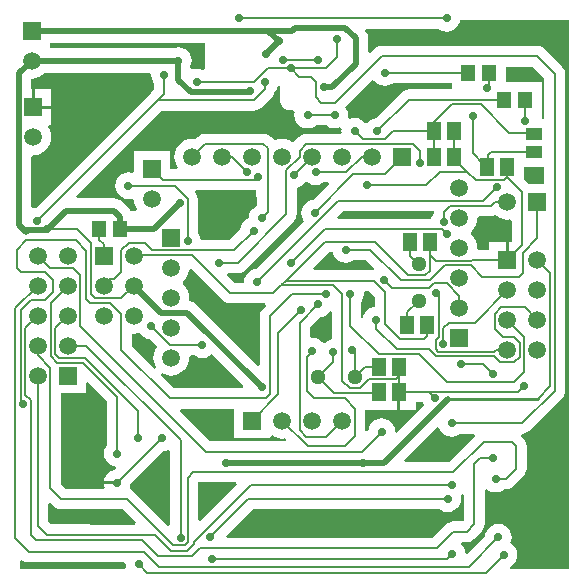
<source format=gbl>
%FSAX24Y24*%
%MOIN*%
G70*
G01*
G75*
G04 Layer_Physical_Order=2*
G04 Layer_Color=16711680*
%ADD10O,0.0118X0.0709*%
%ADD11O,0.0709X0.0118*%
%ADD12R,0.0472X0.0551*%
%ADD13R,0.0512X0.0591*%
%ADD14R,0.1024X0.0945*%
%ADD15O,0.0591X0.0236*%
%ADD16R,0.0197X0.0925*%
%ADD17R,0.0925X0.0984*%
%ADD18R,0.0787X0.0866*%
%ADD19R,0.0591X0.0591*%
%ADD20O,0.0984X0.0276*%
%ADD21R,0.0114X0.0177*%
%ADD22R,0.0177X0.0114*%
%ADD23R,0.0126X0.0354*%
%ADD24R,0.0315X0.0114*%
%ADD25O,0.0354X0.0116*%
%ADD26O,0.0116X0.0354*%
%ADD27R,0.0551X0.0472*%
%ADD28R,0.0591X0.0512*%
%ADD29C,0.0080*%
%ADD30C,0.0200*%
%ADD31C,0.0512*%
%ADD32C,0.0591*%
%ADD33R,0.0591X0.0591*%
%ADD34C,0.0280*%
%ADD35R,0.0551X0.0433*%
%ADD36C,0.0100*%
G36*
X027622Y039808D02*
Y039808D01*
D01*
Y039808D01*
X027622Y039808D01*
D01*
D01*
X027622D01*
X027622Y039808D01*
Y039808D01*
X027622Y039808D01*
Y039808D01*
X027693Y039753D01*
X027776Y039719D01*
X027864Y039707D01*
X029028D01*
X029058Y039633D01*
X028948Y039522D01*
X028893Y039451D01*
X028859Y039369D01*
X028847Y039280D01*
Y037658D01*
X028773Y037627D01*
X026715Y039685D01*
X026632Y039749D01*
X026534Y039790D01*
X026488Y039796D01*
X026498Y039900D01*
X026487Y040017D01*
X026453Y040129D01*
X026397Y040232D01*
X026323Y040323D01*
X026278Y040360D01*
Y040440D01*
X026323Y040477D01*
X026397Y040568D01*
X026453Y040671D01*
X026487Y040783D01*
X026492Y040835D01*
X026567Y040862D01*
X027622Y039808D01*
D02*
G37*
G36*
X033535Y036155D02*
X034041D01*
Y036407D01*
X034283D01*
X034316Y036328D01*
X034335Y036303D01*
X033425Y035394D01*
X033354Y035429D01*
X033354Y035430D01*
X033339Y035545D01*
X033294Y035652D01*
X033224Y035744D01*
X033132Y035814D01*
X033025Y035859D01*
X032910Y035874D01*
X032795Y035859D01*
X032688Y035814D01*
X032596Y035744D01*
X032526Y035652D01*
X032481Y035545D01*
X032475Y035495D01*
X032405Y035455D01*
X032363Y035472D01*
Y036155D01*
X033435D01*
Y036750D01*
X033535D01*
Y036155D01*
D02*
G37*
G36*
X028005Y035205D02*
X029195D01*
Y035269D01*
X029268Y035303D01*
X029268Y035303D01*
X029371Y035247D01*
X029483Y035213D01*
X029600Y035202D01*
X029677Y035209D01*
X029725Y035145D01*
X029708Y035103D01*
X027202D01*
X026182Y036123D01*
X026212Y036197D01*
X028005D01*
Y035205D01*
D02*
G37*
G36*
X024906Y038646D02*
X024998Y038576D01*
X025105Y038531D01*
X025173Y038522D01*
X025430Y038265D01*
X025403Y038232D01*
X025347Y038129D01*
X025313Y038017D01*
X025302Y037900D01*
X025313Y037783D01*
X025347Y037671D01*
X025395Y037582D01*
X025331Y037534D01*
X024573Y038292D01*
Y038650D01*
X024632Y038704D01*
X024650Y038702D01*
X024767Y038713D01*
X024838Y038735D01*
X024906Y038646D01*
D02*
G37*
G36*
X031249Y039417D02*
Y038507D01*
X031185Y038499D01*
X031078Y038454D01*
X031010Y038402D01*
X030930Y038412D01*
X030914Y038434D01*
X030822Y038504D01*
X030715Y038549D01*
X030600Y038564D01*
X030583Y038562D01*
X030523Y038614D01*
Y038918D01*
X030847Y039242D01*
X030915Y039251D01*
X031022Y039296D01*
X031114Y039366D01*
X031173Y039443D01*
X031249Y039417D01*
D02*
G37*
G36*
X028303Y036957D02*
X028272Y036883D01*
X025982D01*
X025534Y037331D01*
X025582Y037395D01*
X025671Y037347D01*
X025783Y037313D01*
X025900Y037302D01*
X026017Y037313D01*
X026129Y037347D01*
X026232Y037403D01*
X026323Y037477D01*
X026397Y037568D01*
X026453Y037671D01*
X026487Y037783D01*
X026498Y037900D01*
X026496Y037918D01*
X026550Y037977D01*
X026654D01*
X026708Y037936D01*
X026815Y037891D01*
X026930Y037876D01*
X027045Y037891D01*
X027152Y037936D01*
X027244Y038006D01*
X027253Y038007D01*
X028303Y036957D01*
D02*
G37*
G36*
X034826Y035559D02*
X034856Y035488D01*
X034926Y035396D01*
X035018Y035326D01*
X035125Y035281D01*
X035240Y035266D01*
X035355Y035281D01*
X035462Y035326D01*
X035516Y035367D01*
X035998D01*
X036028Y035293D01*
X035158Y034423D01*
X033700D01*
X033669Y034497D01*
X034748Y035575D01*
X034826Y035559D01*
D02*
G37*
G36*
X021988Y032938D02*
X022059Y032883D01*
X022141Y032849D01*
X022230Y032837D01*
X024278D01*
X024708Y032407D01*
X024678Y032333D01*
X023216D01*
X023140Y032343D01*
X021892D01*
X021793Y032442D01*
Y033028D01*
X021867Y033058D01*
X021988Y032938D01*
D02*
G37*
G36*
X025867Y034781D02*
Y032322D01*
X025793Y032292D01*
X024662Y033422D01*
X024591Y033477D01*
X024541Y033498D01*
X024511Y033572D01*
X024529Y033615D01*
X024538Y033683D01*
X025627Y034772D01*
X025695Y034781D01*
X025801Y034825D01*
X025867Y034781D01*
D02*
G37*
G36*
X020971Y031131D02*
X021053Y031097D01*
X021142Y031085D01*
X024325D01*
X024378Y031025D01*
X024376Y031010D01*
X024389Y030913D01*
X024336Y030853D01*
X020853D01*
Y031131D01*
X020925Y031166D01*
X020971Y031131D01*
D02*
G37*
G36*
X023757Y036448D02*
Y034976D01*
X023716Y034922D01*
X023671Y034815D01*
X023656Y034700D01*
X023671Y034585D01*
X023716Y034478D01*
X023786Y034386D01*
X023878Y034316D01*
X023985Y034271D01*
X024047Y034263D01*
X024058Y034231D01*
X024016Y034163D01*
X023985Y034159D01*
X023878Y034114D01*
X023786Y034044D01*
X023716Y033952D01*
X023671Y033845D01*
X023663Y033780D01*
X024100D01*
Y033680D01*
X023663D01*
X023671Y033615D01*
X023682Y033589D01*
X023638Y033523D01*
X022372D01*
X022213Y033682D01*
Y036705D01*
X023045D01*
Y037055D01*
X023119Y037086D01*
X023757Y036448D01*
D02*
G37*
G36*
X035657Y033330D02*
Y032492D01*
X035608Y032443D01*
X035300D01*
X035211Y032431D01*
X035129Y032397D01*
X035058Y032342D01*
X034597Y031882D01*
X027751D01*
X027721Y031956D01*
X028612Y032847D01*
X034834D01*
X034888Y032806D01*
X034995Y032761D01*
X035110Y032746D01*
X035225Y032761D01*
X035332Y032806D01*
X035424Y032876D01*
X035494Y032968D01*
X035539Y033075D01*
X035554Y033190D01*
X035540Y033298D01*
X035556Y033312D01*
X035626Y033341D01*
X035657Y033330D01*
D02*
G37*
G36*
X028085Y033663D02*
X026867Y032445D01*
X026793Y032476D01*
Y033737D01*
X028054D01*
X028085Y033663D01*
D02*
G37*
G36*
X032684Y039931D02*
Y039598D01*
X032615Y039589D01*
X032508Y039544D01*
X032416Y039474D01*
X032346Y039382D01*
X032301Y039275D01*
X032293Y039210D01*
X032213Y039215D01*
Y039741D01*
X032254Y039795D01*
X032299Y039902D01*
X032314Y040017D01*
X032309Y040057D01*
X032361Y040117D01*
X032498D01*
X032684Y039931D01*
D02*
G37*
G36*
X032671Y047131D02*
X032706Y047086D01*
X032798Y047016D01*
X032905Y046971D01*
X033020Y046956D01*
X033135Y046971D01*
X033242Y047016D01*
X033296Y047057D01*
X035259D01*
Y046843D01*
X033820D01*
X033731Y046831D01*
X033649Y046797D01*
X033578Y046742D01*
X032713Y045878D01*
X032645Y045869D01*
X032538Y045824D01*
X032446Y045754D01*
X032430Y045733D01*
X032350D01*
X032327Y045764D01*
X032235Y045834D01*
X032128Y045879D01*
X032013Y045894D01*
X031898Y045879D01*
X031848Y045858D01*
X031784Y045906D01*
X031794Y045980D01*
X031779Y046095D01*
X031734Y046202D01*
X031701Y046246D01*
X032592Y047137D01*
X032671Y047131D01*
D02*
G37*
G36*
X029534Y046941D02*
Y046447D01*
X029544Y046368D01*
X029574Y046295D01*
X029622Y046233D01*
X029685Y046185D01*
X029758Y046154D01*
X029836Y046144D01*
X029964D01*
X030017Y046084D01*
X030003Y045980D01*
X030019Y045865D01*
X030063Y045758D01*
X030133Y045666D01*
X030225Y045596D01*
X030332Y045551D01*
X030447Y045536D01*
X030562Y045551D01*
X030669Y045596D01*
X030723Y045637D01*
X031074D01*
X031128Y045596D01*
X031235Y045551D01*
X031350Y045536D01*
X031465Y045551D01*
X031516Y045572D01*
X031579Y045524D01*
X031569Y045450D01*
X031573Y045423D01*
X031520Y045363D01*
X030400D01*
X030311Y045351D01*
X030229Y045317D01*
X030158Y045262D01*
X029965Y045070D01*
X029932Y045097D01*
X029829Y045153D01*
X029717Y045187D01*
X029600Y045198D01*
X029483Y045187D01*
X029371Y045153D01*
X029339Y045136D01*
X029212Y045262D01*
X029141Y045317D01*
X029059Y045351D01*
X028970Y045363D01*
X027020D01*
X026931Y045351D01*
X026849Y045317D01*
X026778Y045262D01*
X026703Y045188D01*
X026600Y045198D01*
X026483Y045187D01*
X026371Y045153D01*
X026268Y045097D01*
X026177Y045023D01*
X026103Y044932D01*
X026047Y044829D01*
X026013Y044717D01*
X026002Y044600D01*
X026013Y044483D01*
X026047Y044371D01*
X026103Y044268D01*
X026119Y044247D01*
X026085Y044175D01*
X025845D01*
Y044795D01*
X024655D01*
Y044102D01*
X024588Y044057D01*
X024585Y044059D01*
X024470Y044074D01*
X024355Y044059D01*
X024248Y044014D01*
X024156Y043944D01*
X024086Y043852D01*
X024041Y043745D01*
X024026Y043630D01*
X024041Y043515D01*
X024086Y043408D01*
X024156Y043316D01*
X024248Y043246D01*
X024355Y043201D01*
X024470Y043186D01*
X024585Y043201D01*
X024587Y043202D01*
X024656Y043161D01*
X024663Y043083D01*
X024697Y042971D01*
X024753Y042868D01*
X024769Y042848D01*
X024735Y042776D01*
X024563D01*
X024554Y042797D01*
X024526Y042834D01*
X024490Y042881D01*
X024490Y042881D01*
X024285Y043085D01*
X024202Y043149D01*
X024104Y043190D01*
X024000Y043203D01*
X024000Y043203D01*
X022768D01*
X022738Y043277D01*
X025591Y046131D01*
X028640D01*
X028729Y046143D01*
X028811Y046177D01*
X028882Y046232D01*
X029272Y046622D01*
X029327Y046693D01*
X029361Y046775D01*
X029362Y046781D01*
X029363Y046792D01*
X029414Y046858D01*
X029455Y046957D01*
X029534Y046941D01*
D02*
G37*
G36*
X025228Y047336D02*
X025226Y047320D01*
X025241Y047205D01*
X025286Y047098D01*
X025327Y047044D01*
Y046837D01*
X025207Y046716D01*
X021384Y042893D01*
X021316Y042885D01*
X021297Y042876D01*
X021230Y042921D01*
Y044599D01*
X021289Y044653D01*
X021300Y044652D01*
X021417Y044663D01*
X021529Y044697D01*
X021632Y044753D01*
X021723Y044827D01*
X021797Y044918D01*
X021853Y045021D01*
X021887Y045133D01*
X021898Y045250D01*
X021887Y045367D01*
X021853Y045479D01*
X021797Y045582D01*
X021797Y045582D01*
X021831Y045655D01*
X021895D01*
Y046200D01*
X021300D01*
Y046250D01*
X021250D01*
Y046845D01*
X021230D01*
Y047184D01*
X021250Y047202D01*
X021367Y047213D01*
X021479Y047247D01*
X021582Y047303D01*
X021673Y047377D01*
X021689Y047397D01*
X025176D01*
X025228Y047336D01*
D02*
G37*
G36*
X039147Y030853D02*
X037193D01*
X037178Y030931D01*
X037212Y030946D01*
X037304Y031016D01*
X037374Y031108D01*
X037419Y031215D01*
X037434Y031330D01*
X037419Y031445D01*
X037374Y031552D01*
X037304Y031644D01*
X037212Y031714D01*
X037204Y031734D01*
X037229Y031795D01*
X037244Y031910D01*
X037229Y032025D01*
X037184Y032132D01*
X037114Y032224D01*
X037022Y032294D01*
X036915Y032339D01*
X036800Y032354D01*
X036685Y032339D01*
X036578Y032294D01*
X036486Y032224D01*
X036416Y032132D01*
X036371Y032025D01*
X036362Y031957D01*
X035774Y031369D01*
X035698Y031394D01*
X035689Y031465D01*
X035644Y031572D01*
X035574Y031664D01*
X035551Y031681D01*
X035577Y031757D01*
X035750D01*
X035839Y031769D01*
X035921Y031803D01*
X035992Y031858D01*
X036242Y032108D01*
X036297Y032179D01*
X036331Y032261D01*
X036343Y032350D01*
Y033494D01*
X036415Y033530D01*
X036498Y033466D01*
X036605Y033421D01*
X036720Y033406D01*
X036835Y033421D01*
X036942Y033466D01*
X036996Y033507D01*
X037050D01*
X037139Y033519D01*
X037221Y033553D01*
X037292Y033608D01*
X037292Y033608D01*
X037292Y033608D01*
X037642Y033958D01*
X037697Y034029D01*
X037731Y034111D01*
X037743Y034200D01*
X037743Y034200D01*
X037743Y034200D01*
Y034200D01*
Y034950D01*
X037731Y035039D01*
X037697Y035121D01*
X037642Y035192D01*
X037542Y035293D01*
X037572Y035367D01*
X037590D01*
X037679Y035379D01*
X037761Y035413D01*
X037832Y035468D01*
X038922Y036558D01*
X038977Y036629D01*
X039011Y036711D01*
X039023Y036800D01*
Y047360D01*
X039011Y047449D01*
X038977Y047531D01*
X038922Y047602D01*
X038342Y048182D01*
X038271Y048237D01*
X038189Y048271D01*
X038100Y048283D01*
X032910D01*
X032821Y048271D01*
X032739Y048237D01*
X032668Y048182D01*
X032527Y048042D01*
X032453Y048073D01*
Y048550D01*
X032440Y048654D01*
X032399Y048752D01*
X032366Y048795D01*
X032401Y048867D01*
X034804D01*
X034858Y048826D01*
X034965Y048781D01*
X035080Y048766D01*
X035195Y048781D01*
X035302Y048826D01*
X035394Y048896D01*
X035464Y048988D01*
X035509Y049095D01*
X035515Y049147D01*
X039147D01*
Y030853D01*
D02*
G37*
G36*
X027016Y047545D02*
X026983Y047502D01*
X026949Y047480D01*
X026855Y047519D01*
X026740Y047534D01*
X026625Y047519D01*
X026605Y047510D01*
X026538Y047555D01*
Y047624D01*
X026563Y047685D01*
X026578Y047800D01*
X026563Y047915D01*
X026519Y048022D01*
X026448Y048114D01*
X026357Y048184D01*
X026249Y048229D01*
X026135Y048244D01*
X026020Y048229D01*
X025959Y048203D01*
X021845D01*
Y048205D01*
X021845D01*
Y048397D01*
X027016D01*
Y047545D01*
D02*
G37*
G36*
X038337Y047218D02*
Y045862D01*
X038241D01*
Y045924D01*
X038241D01*
Y047076D01*
X037041D01*
Y047597D01*
X037958D01*
X038337Y047218D01*
D02*
G37*
G36*
X036768Y042603D02*
X036871Y042547D01*
X036983Y042513D01*
X037100Y042502D01*
X037198Y042511D01*
X037257Y042458D01*
Y041792D01*
X037210Y041745D01*
X037150D01*
Y041150D01*
X037050D01*
Y041745D01*
X036505D01*
Y041493D01*
X036150D01*
X036098Y041550D01*
X036087Y041667D01*
X036053Y041779D01*
X035997Y041882D01*
X035923Y041973D01*
X035878Y042010D01*
Y042090D01*
X035923Y042127D01*
X035997Y042218D01*
X036053Y042321D01*
X036087Y042433D01*
X036098Y042550D01*
X036097Y042561D01*
X036151Y042620D01*
X036543D01*
X036632Y042632D01*
X036698Y042660D01*
X036768Y042603D01*
D02*
G37*
G36*
X031281Y041385D02*
X031326Y041278D01*
X031396Y041186D01*
X031488Y041116D01*
X031595Y041071D01*
X031710Y041056D01*
X031825Y041071D01*
X031932Y041116D01*
X031986Y041157D01*
X032392D01*
X032652Y040897D01*
X032640Y040803D01*
X030642D01*
X030612Y040877D01*
X031150Y041415D01*
X031277D01*
X031281Y041385D01*
D02*
G37*
G36*
X030446Y043738D02*
X030489Y043706D01*
X030596Y043661D01*
X030711Y043646D01*
X030825Y043661D01*
X030932Y043706D01*
X030986Y043747D01*
X031118D01*
X031148Y043673D01*
X030633Y043158D01*
X030565Y043149D01*
X030458Y043104D01*
X030366Y043034D01*
X030296Y042942D01*
X030251Y042835D01*
X030236Y042720D01*
X030251Y042605D01*
X030296Y042498D01*
X030325Y042461D01*
X028713Y040849D01*
X028645Y040840D01*
X028538Y040795D01*
X028446Y040725D01*
X028376Y040633D01*
X028331Y040526D01*
X028316Y040411D01*
X028300Y040393D01*
X028006D01*
X027766Y040634D01*
X027768Y040673D01*
X027787Y040717D01*
X028113D01*
X028202Y040729D01*
X028285Y040763D01*
X028356Y040818D01*
X029972Y042434D01*
X030027Y042505D01*
X030051Y042564D01*
X030061Y042588D01*
X030073Y042677D01*
Y043557D01*
X030105Y043561D01*
X030212Y043606D01*
X030304Y043676D01*
X030374Y043768D01*
X030446Y043738D01*
D02*
G37*
G36*
X034657Y042763D02*
Y042706D01*
X034616Y042652D01*
X034571Y042545D01*
X034567Y042513D01*
X031451D01*
X031421Y042587D01*
X031612Y042778D01*
X034644D01*
X034657Y042763D01*
D02*
G37*
G36*
X038337Y043695D02*
X037804D01*
X037641Y043855D01*
Y044238D01*
X038337D01*
Y043695D01*
D02*
G37*
G36*
X028765Y043043D02*
Y042962D01*
X028698Y042934D01*
X028606Y042864D01*
X028536Y042772D01*
X028491Y042665D01*
X028476Y042550D01*
X028478Y042539D01*
X028418Y042514D01*
X028326Y042444D01*
X028256Y042352D01*
X028211Y042245D01*
X028202Y042177D01*
X027848Y041823D01*
X026879D01*
X026869Y041904D01*
X026824Y042011D01*
X026783Y042065D01*
Y043200D01*
X026771Y043289D01*
X026737Y043371D01*
X026702Y043417D01*
X026737Y043489D01*
X028706D01*
X028765Y043043D01*
D02*
G37*
%LPC*%
G36*
X021895Y046845D02*
X021350D01*
Y046300D01*
X021895D01*
Y046845D01*
D02*
G37*
%LPD*%
D12*
X037704Y046500D02*
D03*
X036996D02*
D03*
X036504Y047400D02*
D03*
X035796D02*
D03*
X024204Y042200D02*
D03*
X023496D02*
D03*
D13*
X035335Y045450D02*
D03*
X034665D02*
D03*
X033765Y039000D02*
D03*
X034435D02*
D03*
X033865Y041750D02*
D03*
X034535D02*
D03*
X032815Y036750D02*
D03*
X033485D02*
D03*
X032815Y037600D02*
D03*
X033485D02*
D03*
X037085Y044250D02*
D03*
X036415D02*
D03*
X035335Y044600D02*
D03*
X034665D02*
D03*
D19*
X033600D02*
D03*
X028600Y035800D02*
D03*
X038100Y043100D02*
D03*
D29*
X030722Y046578D02*
X030900Y046400D01*
X030722Y046578D02*
Y047078D01*
X030900Y046400D02*
X031370D01*
X030550Y047250D02*
X030722Y047078D01*
X030167Y047250D02*
X030550D01*
X029880Y047537D02*
X030167Y047250D01*
X036247Y040600D02*
X037500D01*
X035877Y040970D02*
X036247Y040600D01*
X037612Y040712D02*
Y041392D01*
X038100Y041880D01*
X037500Y040600D02*
X037612Y040712D01*
X038100Y041880D02*
Y043100D01*
X036300Y044180D02*
Y044365D01*
X036415Y044250D02*
X036450Y044285D01*
Y044650D01*
X036555Y044755D01*
X038000D01*
X036300Y044365D02*
X036415Y044250D01*
X035950Y044715D02*
X036300Y044365D01*
Y044500D01*
X035950Y044715D02*
Y045950D01*
X034665Y045760D02*
X035247Y046342D01*
X037945Y045400D02*
X038000Y045345D01*
X037150Y045400D02*
X037945D01*
X036208Y046342D02*
X037150Y045400D01*
X035247Y046342D02*
X036208D01*
X035335Y044535D02*
X035770Y044100D01*
X035335Y044535D02*
Y044600D01*
X035770Y044100D02*
X036040Y043830D01*
X034850Y044100D02*
X035770D01*
X034390Y043640D02*
X034850Y044100D01*
X032430Y043640D02*
X034390D01*
X032783Y036718D02*
X032815Y036750D01*
X031322Y036718D02*
X032783D01*
X021870Y033540D02*
X022230Y033180D01*
X021870Y033540D02*
Y037550D01*
X022230Y033180D02*
X024420D01*
X023140Y032000D02*
X023150Y031990D01*
X021750Y032000D02*
X023140D01*
X021450Y032300D02*
X021750Y032000D01*
X026450Y032070D02*
X026470Y032050D01*
X026450Y032070D02*
Y033900D01*
X026630Y034080D01*
X026470Y031760D02*
Y032050D01*
X036200Y034550D02*
X036610D01*
X036000Y034350D02*
X036200Y034550D01*
X036000Y032350D02*
Y034350D01*
X035750Y032100D02*
X036000Y032350D01*
X035300Y032100D02*
X035750D01*
X034739Y031539D02*
X035300Y032100D01*
X036720Y033850D02*
X037050D01*
X037400Y034200D01*
Y034950D01*
X037250Y035100D02*
X037400Y034950D01*
X036320Y035100D02*
X037250D01*
X035300Y034080D02*
X036320Y035100D01*
X026630Y034080D02*
X035300D01*
X022037Y038015D02*
X022165Y037887D01*
X021879Y037950D02*
X022100Y037729D01*
X022961D01*
X021879Y037950D02*
Y039729D01*
X020872Y036418D02*
Y039472D01*
X021220Y039820D01*
X021700D01*
X021950Y040070D01*
Y040500D01*
X021700Y040750D02*
X021950Y040500D01*
X020900Y040750D02*
X021700D01*
X020750Y040900D02*
X020900Y040750D01*
X020750Y040900D02*
Y041500D01*
X021060Y041810D01*
X022720D01*
X023237Y040016D02*
Y041713D01*
X021790Y042190D02*
X022760D01*
X021740D02*
X021790D01*
X022760D02*
X023237Y041713D01*
X023350Y039878D02*
X024228D01*
X024650Y040300D01*
X021250Y048800D02*
X021286Y048836D01*
X025449Y046474D02*
X025670Y046695D01*
X021431Y042456D02*
X025449Y046474D01*
X025670Y046695D02*
Y047320D01*
X038100Y041150D02*
X038520Y040730D01*
Y036940D02*
Y040730D01*
X038110Y036530D02*
X038520Y036940D01*
X023350Y039878D02*
Y039902D01*
X023237Y040016D02*
X023350Y039902D01*
X028484Y046744D02*
X028530Y046790D01*
X034535Y041315D02*
Y041750D01*
Y040800D02*
Y041315D01*
X034500Y036750D02*
X037460D01*
X033485D02*
Y037280D01*
X029570Y040320D02*
X031280D01*
X029550D02*
X029570D01*
X029710Y040460D02*
X031008Y041758D01*
X029570Y040320D02*
X029710Y040460D01*
X029300Y040050D02*
X029570Y040320D01*
X029280Y040050D02*
X029300D01*
X027864D02*
X029280D01*
X037704Y045780D02*
Y046500D01*
X021450Y041300D02*
X021870Y040880D01*
X022630D01*
X022870Y040640D01*
Y038950D02*
Y040640D01*
Y038950D02*
X027060Y034760D01*
X032240D01*
X032910Y035430D01*
X021879Y039729D02*
X022450Y040300D01*
X022961Y037729D02*
X024100Y036590D01*
Y034700D02*
Y036590D01*
X021030Y038880D02*
X021450Y039300D01*
X021030Y036658D02*
Y038880D01*
Y036658D02*
X021208Y036480D01*
Y032000D02*
Y036480D01*
Y032000D02*
X021376Y031832D01*
X024918D01*
X025468Y031282D01*
X026590D01*
X026847Y031539D01*
X034739D01*
X022037Y038887D02*
X022450Y039300D01*
X022037Y038015D02*
Y038887D01*
X022165Y037887D02*
X023030D01*
X024800Y036117D01*
Y035210D02*
Y036117D01*
X031370Y046400D02*
X032910Y047940D01*
X038100D01*
X038680Y047360D01*
Y036800D02*
Y047360D01*
X037590Y035710D02*
X038680Y036800D01*
X035240Y035710D02*
X037590D01*
X029883Y047540D02*
X031040D01*
X031430Y047930D01*
Y048506D01*
X022450Y038300D02*
X023056D01*
X026210Y035146D01*
Y031900D02*
Y035146D01*
X029030Y046864D02*
Y047080D01*
X025449Y046474D02*
X028640D01*
X029030Y046864D01*
X028567Y033660D02*
X035260D01*
X026656Y031749D02*
X028567Y033660D01*
X026656Y031680D02*
Y031749D01*
X026430Y031454D02*
X026656Y031680D01*
X025896Y031454D02*
X026430D01*
X025360Y031990D02*
X025896Y031454D01*
X023150Y031990D02*
X025360D01*
X021450Y032300D02*
Y037300D01*
X029470Y038730D02*
X030230Y039490D01*
X029470Y036670D02*
Y038730D01*
X028600Y035800D02*
X029470Y036670D01*
X036720Y038150D02*
X037100D01*
X036670Y038100D02*
X036720Y038150D01*
X034800Y038100D02*
X036670D01*
X034710Y038190D02*
X034800Y038100D01*
X034710Y038190D02*
Y038480D01*
X034810Y038580D01*
Y039974D01*
X034729Y040056D02*
X034810Y039974D01*
X027600Y044600D02*
X027920D01*
X028430Y044090D01*
X033865Y041295D02*
Y041750D01*
Y041295D02*
X034150Y041010D01*
X036280Y037680D02*
X036620Y037340D01*
X035560Y037680D02*
X036280D01*
X031870Y038964D02*
Y040017D01*
Y038964D02*
X032814Y038020D01*
X034158D01*
X035096Y037082D01*
X037333D01*
X037671Y037421D01*
Y038579D01*
X037100Y039150D02*
X037671Y038579D01*
X037680Y039570D02*
X038100Y039150D01*
X036890Y039570D02*
X037680D01*
X036680Y039360D02*
X036890Y039570D01*
X036680Y038860D02*
Y039360D01*
Y038860D02*
X036960Y038580D01*
X037333D01*
X037513Y038400D01*
Y037920D02*
Y038400D01*
X037330Y037737D02*
X037513Y037920D01*
X036853Y037737D02*
X037330D01*
X036648Y037942D02*
X036853Y037737D01*
X034720Y037942D02*
X036648D01*
X034482Y038180D02*
X034720Y037942D01*
X033410Y038180D02*
X034482D01*
X032730Y038860D02*
X033410Y038180D01*
X032730Y038860D02*
Y039160D01*
X032010Y037250D02*
Y038067D01*
X031932Y038146D02*
X032010Y038067D01*
X032360Y037600D02*
X032815D01*
X032010Y037250D02*
X032360Y037600D01*
X029920Y040010D02*
X031060D01*
X029190Y039280D02*
X029920Y040010D01*
X029190Y036680D02*
Y039280D01*
X029050Y036540D02*
X029190Y036680D01*
X025840Y036540D02*
X029050D01*
X024230Y038150D02*
X025840Y036540D01*
X024230Y038150D02*
Y039360D01*
X023870Y039720D02*
X024230Y039360D01*
X023190Y039720D02*
X023870D01*
X023070Y039840D02*
X023190Y039720D01*
X023070Y039840D02*
Y041460D01*
X022720Y041810D02*
X023070Y041460D01*
X020872Y036418D02*
X020950Y036340D01*
X028145Y049210D02*
X035080D01*
X034371Y040636D02*
X034535Y040800D01*
X033804Y040636D02*
X034371D01*
X032682Y041758D02*
X033804Y040636D01*
X031008Y041758D02*
X032682D01*
X033485Y037280D02*
Y037600D01*
X033385Y037180D02*
X033485Y037280D01*
X032500Y037180D02*
X033385D01*
X032196Y036876D02*
X032500Y037180D01*
X031840Y036876D02*
X032196D01*
X031592Y037125D02*
X031840Y036876D01*
X031592Y037125D02*
Y040008D01*
X031280Y040320D02*
X031592Y040008D01*
X029280Y040050D02*
X029550Y040320D01*
X026594Y041320D02*
X027864Y040050D01*
X024670Y041320D02*
X026594D01*
X034435Y038635D02*
Y039000D01*
X034320Y038520D02*
X034435Y038635D01*
X033510Y038520D02*
X034320D01*
X033027Y039003D02*
X033510Y038520D01*
X033027Y039003D02*
Y040073D01*
X032640Y040460D02*
X033027Y040073D01*
X029710Y040460D02*
X032640D01*
X024650Y041300D02*
X024670Y041320D01*
X037085Y043920D02*
Y044250D01*
X036040Y043830D02*
X036995D01*
X037085Y043920D02*
X037600Y043415D01*
Y041650D02*
Y043415D01*
X037100Y041150D02*
X037600Y041650D01*
X035100Y031190D02*
X035260Y031350D01*
X027240Y031190D02*
X035100D01*
X029900Y041040D02*
X031030Y042170D01*
X034930D01*
X035080Y042020D01*
X028470Y033190D02*
X035110D01*
X027190Y031910D02*
X028470Y033190D01*
X030447Y045980D02*
X031350D01*
X029117Y047537D02*
X029880D01*
X028670Y047090D02*
X029117Y047537D01*
X026740Y047090D02*
X028670D01*
X020691Y039541D02*
X021450Y040300D01*
X020691Y031879D02*
Y039541D01*
Y031879D02*
X021142Y031428D01*
X024978D01*
X025474Y030932D01*
X035822D01*
X036800Y031910D01*
X021450Y037970D02*
Y038300D01*
Y037970D02*
X021870Y037550D01*
X024420Y033180D02*
X025960Y031640D01*
X026350D01*
X026470Y031760D01*
X024100Y033730D02*
X025580Y035210D01*
X030410Y037930D02*
X030600Y038120D01*
X030410Y036800D02*
Y037930D01*
Y036800D02*
X030670Y036540D01*
X031680D01*
X032020Y036200D01*
Y035300D02*
Y036200D01*
X031680Y034960D02*
X032020Y035300D01*
X030440Y034960D02*
X031680D01*
X029600Y035800D02*
X030440Y034960D01*
X025860Y038320D02*
X026930D01*
X025220Y038960D02*
X025860Y038320D01*
X023650Y040300D02*
X023860Y040510D01*
X024000D01*
X024230Y040740D01*
Y041470D01*
X024480Y041720D01*
X025030D01*
X025270Y041480D01*
X027990D01*
X028640Y042130D01*
X034190Y044400D02*
Y044800D01*
X033970Y045020D02*
X034190Y044800D01*
X030400Y045020D02*
X033970D01*
X030180Y044800D02*
X030400Y045020D01*
X030180Y044596D02*
Y044800D01*
X029730Y044146D02*
X030180Y044596D01*
X029730Y042677D02*
Y044146D01*
X028113Y041060D02*
X029730Y042677D01*
X027500Y041060D02*
X028113D01*
X030790Y037250D02*
X031300Y037760D01*
Y038070D01*
X033765Y039000D02*
Y039405D01*
X034150Y039790D01*
X031710Y041500D02*
X032534D01*
X033556Y040478D01*
X034520D01*
X035012Y040970D01*
X035877D01*
X034970Y038360D02*
Y038880D01*
X035152Y039062D01*
X036012D01*
X037100Y040150D01*
X030711Y044090D02*
X031730D01*
X032240Y044600D01*
X032600D01*
X024820Y031010D02*
X025104Y030726D01*
X036386D01*
X036990Y031330D01*
X028760Y040411D02*
X031470Y043121D01*
X036301D01*
X036750Y043570D01*
X031060Y035260D02*
X031600Y035800D01*
X030400Y035260D02*
X031060D01*
X030180Y035480D02*
X030400Y035260D01*
X030180Y035480D02*
Y039060D01*
X030800Y039680D01*
X033820Y046500D02*
X036996D01*
X032760Y045440D02*
X033820Y046500D01*
X033286Y045450D02*
X034665D01*
X033018Y045182D02*
X033286Y045450D01*
X032281Y045182D02*
X033018D01*
X032013Y045450D02*
X032281Y045182D01*
X037460Y036750D02*
X037670Y036960D01*
X034665Y045450D02*
Y045760D01*
X033020Y047400D02*
X035796D01*
X033485Y036750D02*
X034500D01*
X034700Y036550D01*
X026440Y041789D02*
Y043200D01*
X026010Y043630D02*
X026440Y043200D01*
X024470Y043630D02*
X026010D01*
X029990Y043990D02*
X030600Y044600D01*
X030790Y037250D02*
X031322Y036718D01*
X035500Y039550D02*
Y039960D01*
X035090Y040370D02*
X035500Y039960D01*
X034650Y040370D02*
X035090D01*
X034500Y040220D02*
X034650Y040370D01*
X033260Y040220D02*
X034500D01*
X033000Y040480D02*
X033260Y040220D01*
X035000Y042430D02*
Y042763D01*
X035200Y042963D01*
X036543D01*
X036680Y043100D01*
X037100D01*
X030680Y042720D02*
X031968Y044008D01*
X033008D01*
X033600Y044600D01*
X026600D02*
X027020Y045020D01*
X028970D01*
X029108Y044882D01*
Y042738D02*
Y044882D01*
X028920Y042550D02*
X029108Y042738D01*
X029620Y047821D02*
X030790D01*
X025250Y044200D02*
X025618Y043832D01*
X028706D01*
X028803Y043929D01*
X036435Y046875D02*
X036504Y046944D01*
Y047400D01*
X036995Y043830D02*
X037085Y043920D01*
X034535Y041315D02*
X034720Y041130D01*
X035890D01*
X035910Y041150D01*
X037100D01*
X034665Y044600D02*
Y045450D01*
X023496Y041824D02*
Y042200D01*
Y041824D02*
X023650Y041670D01*
Y041300D02*
Y041670D01*
X035335Y044600D02*
Y045450D01*
D30*
X022400Y042800D02*
X024000D01*
X021790Y042190D02*
X022400Y042800D01*
X029130Y048800D02*
X029929D01*
X021250D02*
X029130D01*
X029929D02*
X030025Y048896D01*
X031704D01*
X030980Y046910D02*
X031260D01*
X032050Y047700D01*
Y048550D01*
X031704Y048896D02*
X032050Y048550D01*
X024204Y042200D02*
Y042596D01*
X024000Y042800D02*
X024204Y042596D01*
X021688Y042138D02*
X021740Y042190D01*
X021088Y042138D02*
X021688D01*
X021050Y042100D02*
X021088Y042138D01*
X020827Y042323D02*
X021050Y042100D01*
X020827Y042323D02*
Y047377D01*
X026554Y046744D02*
X028484D01*
X026135Y047164D02*
X026554Y046744D01*
X026135Y047164D02*
Y047800D01*
X021250D02*
X026135D01*
X029130Y048800D02*
X029480Y048450D01*
X032296Y034400D02*
X033002D01*
X035132Y036530D01*
X026430Y039400D02*
X028920Y036910D01*
X025550Y039400D02*
X026430D01*
X024650Y040300D02*
X025550Y039400D01*
X027710Y034400D02*
X032296D01*
X029050Y048020D02*
X029480Y048450D01*
X020827Y047377D02*
X021250Y047800D01*
X024204Y042200D02*
X025330D01*
X026180Y043050D01*
D31*
X034150Y039790D02*
D03*
Y041010D02*
D03*
X030790Y037250D02*
D03*
X032010D02*
D03*
D32*
X026600Y044600D02*
D03*
X027600D02*
D03*
X028600D02*
D03*
X029600D02*
D03*
X030600D02*
D03*
X031600D02*
D03*
X032600D02*
D03*
X025900Y040900D02*
D03*
Y039900D02*
D03*
Y038900D02*
D03*
Y037900D02*
D03*
X025250Y043200D02*
D03*
X035500Y043550D02*
D03*
Y042550D02*
D03*
Y041550D02*
D03*
Y040550D02*
D03*
Y039550D02*
D03*
X029600Y035800D02*
D03*
X030600D02*
D03*
X031600D02*
D03*
X021450Y037300D02*
D03*
X022450Y038300D02*
D03*
X021450D02*
D03*
X022450Y039300D02*
D03*
X021450D02*
D03*
X022450Y040300D02*
D03*
X021450D02*
D03*
X022450Y041300D02*
D03*
X021450D02*
D03*
X021250Y047800D02*
D03*
X021300Y045250D02*
D03*
X038100Y041150D02*
D03*
X037100Y040150D02*
D03*
X038100D02*
D03*
X037100Y039150D02*
D03*
X038100D02*
D03*
X037100Y038150D02*
D03*
X038100D02*
D03*
X037100Y043100D02*
D03*
X024650Y039300D02*
D03*
X023650D02*
D03*
X024650Y040300D02*
D03*
X023650D02*
D03*
X024650Y041300D02*
D03*
D33*
X025900Y041900D02*
D03*
X025250Y044200D02*
D03*
X035500Y038550D02*
D03*
X022450Y037300D02*
D03*
X021250Y048800D02*
D03*
X021300Y046250D02*
D03*
X037100Y041150D02*
D03*
X023650Y041300D02*
D03*
D34*
X035950Y045950D02*
D03*
X037704Y045780D02*
D03*
X032910Y035430D02*
D03*
X024100Y034700D02*
D03*
X036610Y034550D02*
D03*
X024800Y035210D02*
D03*
X035240Y035710D02*
D03*
X031430Y048506D02*
D03*
X026210Y031900D02*
D03*
X021431Y042456D02*
D03*
X025670Y047320D02*
D03*
X029030Y047080D02*
D03*
X035260Y033660D02*
D03*
X030230Y039490D02*
D03*
X034729Y040056D02*
D03*
X028430Y044090D02*
D03*
X036620Y037340D02*
D03*
X035560Y037680D02*
D03*
X031870Y040017D02*
D03*
X032730Y039160D02*
D03*
X031932Y038146D02*
D03*
X031060Y040010D02*
D03*
X020950Y036340D02*
D03*
X035080Y049210D02*
D03*
X028145D02*
D03*
X032430Y043640D02*
D03*
X030980Y046910D02*
D03*
X029480Y048450D02*
D03*
X035260Y031350D02*
D03*
X027240Y031190D02*
D03*
X029900Y041040D02*
D03*
X035080Y042020D02*
D03*
X035110Y033190D02*
D03*
X027190Y031910D02*
D03*
X028920Y036910D02*
D03*
X027710Y034400D02*
D03*
X032296D02*
D03*
X028530Y046790D02*
D03*
X030447Y045980D02*
D03*
X031350D02*
D03*
X029880Y047537D02*
D03*
X026740Y047090D02*
D03*
X036800Y031910D02*
D03*
X036720Y033850D02*
D03*
X024100Y033730D02*
D03*
X025580Y035210D02*
D03*
X021740Y042190D02*
D03*
X030600Y038120D02*
D03*
X026930Y038320D02*
D03*
X025220Y038960D02*
D03*
X028640Y042130D02*
D03*
X034190Y044400D02*
D03*
X027500Y041060D02*
D03*
X031300Y038070D02*
D03*
X031710Y041500D02*
D03*
X034970Y038360D02*
D03*
X030711Y044090D02*
D03*
X024820Y031010D02*
D03*
X036990Y031330D02*
D03*
X028760Y040411D02*
D03*
X036750Y043570D02*
D03*
X030800Y039680D02*
D03*
X032760Y045440D02*
D03*
X032013Y045450D02*
D03*
X037670Y036960D02*
D03*
X029050Y048020D02*
D03*
X033020Y047400D02*
D03*
X034700Y036550D02*
D03*
X026440Y041789D02*
D03*
X024470Y043630D02*
D03*
X029990Y043990D02*
D03*
X033000Y040480D02*
D03*
X035000Y042430D02*
D03*
X030680Y042720D02*
D03*
X028920Y042550D02*
D03*
X029620Y047821D02*
D03*
X030790D02*
D03*
X026135Y047800D02*
D03*
X028803Y043929D02*
D03*
X036435Y046875D02*
D03*
X026180Y043050D02*
D03*
D35*
X038000Y044755D02*
D03*
Y045345D02*
D03*
D36*
X035132Y036530D02*
X038110D01*
M02*

</source>
